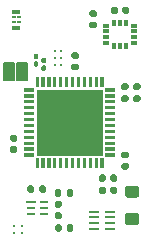
<source format=gbr>
%TF.GenerationSoftware,KiCad,Pcbnew,5.1.9-73d0e3b20d~88~ubuntu20.04.1*%
%TF.CreationDate,2022-04-15T22:34:28-04:00*%
%TF.ProjectId,ring,72696e67-2e6b-4696-9361-645f70636258,rev?*%
%TF.SameCoordinates,Original*%
%TF.FileFunction,Soldermask,Top*%
%TF.FilePolarity,Negative*%
%FSLAX46Y46*%
G04 Gerber Fmt 4.6, Leading zero omitted, Abs format (unit mm)*
G04 Created by KiCad (PCBNEW 5.1.9-73d0e3b20d~88~ubuntu20.04.1) date 2022-04-15 22:34:28*
%MOMM*%
%LPD*%
G01*
G04 APERTURE LIST*
%ADD10C,0.150000*%
%ADD11C,0.330000*%
%ADD12R,0.736600X0.304800*%
%ADD13R,0.300000X0.203200*%
%ADD14R,0.812800X0.254000*%
%ADD15R,0.850000X0.280000*%
%ADD16R,0.750000X0.280000*%
%ADD17R,0.576580X0.351536*%
%ADD18R,0.351536X0.576580*%
%ADD19R,0.203200X0.203200*%
%ADD20R,5.600000X5.600000*%
G04 APERTURE END LIST*
D10*
%TO.C,Y1*%
G36*
X69203603Y-23989600D02*
G01*
X70054800Y-23989600D01*
X70054800Y-24739600D01*
X69203603Y-24739600D01*
X69203603Y-23989600D01*
G37*
X69203603Y-23989600D02*
X70054800Y-23989600D01*
X70054800Y-24739600D01*
X69203603Y-24739600D01*
X69203603Y-23989600D01*
G36*
X69202987Y-24739600D02*
G01*
X70054800Y-24739600D01*
X70054800Y-25491031D01*
X69202987Y-25491031D01*
X69202987Y-24739600D01*
G37*
X69202987Y-24739600D02*
X70054800Y-24739600D01*
X70054800Y-25491031D01*
X69202987Y-25491031D01*
X69202987Y-24739600D01*
G36*
X70254900Y-24739600D02*
G01*
X71104800Y-24739600D01*
X71104800Y-25490350D01*
X70254900Y-25490350D01*
X70254900Y-24739600D01*
G37*
X70254900Y-24739600D02*
X71104800Y-24739600D01*
X71104800Y-25490350D01*
X70254900Y-25490350D01*
X70254900Y-24739600D01*
G36*
X70254927Y-23989600D02*
G01*
X71104800Y-23989600D01*
X71104800Y-24739600D01*
X70254927Y-24739600D01*
X70254927Y-23989600D01*
G37*
X70254927Y-23989600D02*
X71104800Y-23989600D01*
X71104800Y-24739600D01*
X70254927Y-24739600D01*
X70254927Y-23989600D01*
%TD*%
%TO.C,C13*%
G36*
G01*
X70147000Y-30661000D02*
X69807000Y-30661000D01*
G75*
G02*
X69667000Y-30521000I0J140000D01*
G01*
X69667000Y-30241000D01*
G75*
G02*
X69807000Y-30101000I140000J0D01*
G01*
X70147000Y-30101000D01*
G75*
G02*
X70287000Y-30241000I0J-140000D01*
G01*
X70287000Y-30521000D01*
G75*
G02*
X70147000Y-30661000I-140000J0D01*
G01*
G37*
G36*
G01*
X70147000Y-31621000D02*
X69807000Y-31621000D01*
G75*
G02*
X69667000Y-31481000I0J140000D01*
G01*
X69667000Y-31201000D01*
G75*
G02*
X69807000Y-31061000I140000J0D01*
G01*
X70147000Y-31061000D01*
G75*
G02*
X70287000Y-31201000I0J-140000D01*
G01*
X70287000Y-31481000D01*
G75*
G02*
X70147000Y-31621000I-140000J0D01*
G01*
G37*
%TD*%
%TO.C,C2*%
G36*
G01*
X71982000Y-23684400D02*
X71782000Y-23684400D01*
G75*
G02*
X71682000Y-23584400I0J100000D01*
G01*
X71682000Y-23324400D01*
G75*
G02*
X71782000Y-23224400I100000J0D01*
G01*
X71982000Y-23224400D01*
G75*
G02*
X72082000Y-23324400I0J-100000D01*
G01*
X72082000Y-23584400D01*
G75*
G02*
X71982000Y-23684400I-100000J0D01*
G01*
G37*
G36*
G01*
X71982000Y-24324400D02*
X71782000Y-24324400D01*
G75*
G02*
X71682000Y-24224400I0J100000D01*
G01*
X71682000Y-23964400D01*
G75*
G02*
X71782000Y-23864400I100000J0D01*
G01*
X71982000Y-23864400D01*
G75*
G02*
X72082000Y-23964400I0J-100000D01*
G01*
X72082000Y-24224400D01*
G75*
G02*
X71982000Y-24324400I-100000J0D01*
G01*
G37*
%TD*%
%TO.C,C7*%
G36*
G01*
X72642400Y-24040000D02*
X72442400Y-24040000D01*
G75*
G02*
X72342400Y-23940000I0J100000D01*
G01*
X72342400Y-23680000D01*
G75*
G02*
X72442400Y-23580000I100000J0D01*
G01*
X72642400Y-23580000D01*
G75*
G02*
X72742400Y-23680000I0J-100000D01*
G01*
X72742400Y-23940000D01*
G75*
G02*
X72642400Y-24040000I-100000J0D01*
G01*
G37*
G36*
G01*
X72642400Y-24680000D02*
X72442400Y-24680000D01*
G75*
G02*
X72342400Y-24580000I0J100000D01*
G01*
X72342400Y-24320000D01*
G75*
G02*
X72442400Y-24220000I100000J0D01*
G01*
X72642400Y-24220000D01*
G75*
G02*
X72742400Y-24320000I0J-100000D01*
G01*
X72742400Y-24580000D01*
G75*
G02*
X72642400Y-24680000I-100000J0D01*
G01*
G37*
%TD*%
D11*
%TO.C,Q1*%
X70012800Y-37780080D03*
X70012800Y-38430080D03*
X70662800Y-37780080D03*
X70662800Y-38430080D03*
%TD*%
%TO.C,R4*%
G36*
G01*
X79585400Y-26277600D02*
X79215400Y-26277600D01*
G75*
G02*
X79080400Y-26142600I0J135000D01*
G01*
X79080400Y-25872600D01*
G75*
G02*
X79215400Y-25737600I135000J0D01*
G01*
X79585400Y-25737600D01*
G75*
G02*
X79720400Y-25872600I0J-135000D01*
G01*
X79720400Y-26142600D01*
G75*
G02*
X79585400Y-26277600I-135000J0D01*
G01*
G37*
G36*
G01*
X79585400Y-27297600D02*
X79215400Y-27297600D01*
G75*
G02*
X79080400Y-27162600I0J135000D01*
G01*
X79080400Y-26892600D01*
G75*
G02*
X79215400Y-26757600I135000J0D01*
G01*
X79585400Y-26757600D01*
G75*
G02*
X79720400Y-26892600I0J-135000D01*
G01*
X79720400Y-27162600D01*
G75*
G02*
X79585400Y-27297600I-135000J0D01*
G01*
G37*
%TD*%
%TO.C,R3*%
G36*
G01*
X80231400Y-26757600D02*
X80601400Y-26757600D01*
G75*
G02*
X80736400Y-26892600I0J-135000D01*
G01*
X80736400Y-27162600D01*
G75*
G02*
X80601400Y-27297600I-135000J0D01*
G01*
X80231400Y-27297600D01*
G75*
G02*
X80096400Y-27162600I0J135000D01*
G01*
X80096400Y-26892600D01*
G75*
G02*
X80231400Y-26757600I135000J0D01*
G01*
G37*
G36*
G01*
X80231400Y-25737600D02*
X80601400Y-25737600D01*
G75*
G02*
X80736400Y-25872600I0J-135000D01*
G01*
X80736400Y-26142600D01*
G75*
G02*
X80601400Y-26277600I-135000J0D01*
G01*
X80231400Y-26277600D01*
G75*
G02*
X80096400Y-26142600I0J135000D01*
G01*
X80096400Y-25872600D01*
G75*
G02*
X80231400Y-25737600I135000J0D01*
G01*
G37*
%TD*%
D12*
%TO.C,U3*%
X70205600Y-19659999D03*
D13*
X69990589Y-20150000D03*
X69990589Y-20550000D03*
D12*
X70205600Y-21040001D03*
D13*
X70420611Y-20550000D03*
X70420611Y-20150000D03*
%TD*%
%TO.C,C12*%
G36*
G01*
X73591600Y-36649000D02*
X73931600Y-36649000D01*
G75*
G02*
X74071600Y-36789000I0J-140000D01*
G01*
X74071600Y-37069000D01*
G75*
G02*
X73931600Y-37209000I-140000J0D01*
G01*
X73591600Y-37209000D01*
G75*
G02*
X73451600Y-37069000I0J140000D01*
G01*
X73451600Y-36789000D01*
G75*
G02*
X73591600Y-36649000I140000J0D01*
G01*
G37*
G36*
G01*
X73591600Y-35689000D02*
X73931600Y-35689000D01*
G75*
G02*
X74071600Y-35829000I0J-140000D01*
G01*
X74071600Y-36109000D01*
G75*
G02*
X73931600Y-36249000I-140000J0D01*
G01*
X73591600Y-36249000D01*
G75*
G02*
X73451600Y-36109000I0J140000D01*
G01*
X73451600Y-35829000D01*
G75*
G02*
X73591600Y-35689000I140000J0D01*
G01*
G37*
%TD*%
%TO.C,R2*%
G36*
G01*
X72172800Y-34881400D02*
X72172800Y-34511400D01*
G75*
G02*
X72307800Y-34376400I135000J0D01*
G01*
X72577800Y-34376400D01*
G75*
G02*
X72712800Y-34511400I0J-135000D01*
G01*
X72712800Y-34881400D01*
G75*
G02*
X72577800Y-35016400I-135000J0D01*
G01*
X72307800Y-35016400D01*
G75*
G02*
X72172800Y-34881400I0J135000D01*
G01*
G37*
G36*
G01*
X71152800Y-34881400D02*
X71152800Y-34511400D01*
G75*
G02*
X71287800Y-34376400I135000J0D01*
G01*
X71557800Y-34376400D01*
G75*
G02*
X71692800Y-34511400I0J-135000D01*
G01*
X71692800Y-34881400D01*
G75*
G02*
X71557800Y-35016400I-135000J0D01*
G01*
X71287800Y-35016400D01*
G75*
G02*
X71152800Y-34881400I0J135000D01*
G01*
G37*
%TD*%
%TO.C,R1*%
G36*
G01*
X74484200Y-35186200D02*
X74484200Y-34816200D01*
G75*
G02*
X74619200Y-34681200I135000J0D01*
G01*
X74889200Y-34681200D01*
G75*
G02*
X75024200Y-34816200I0J-135000D01*
G01*
X75024200Y-35186200D01*
G75*
G02*
X74889200Y-35321200I-135000J0D01*
G01*
X74619200Y-35321200D01*
G75*
G02*
X74484200Y-35186200I0J135000D01*
G01*
G37*
G36*
G01*
X73464200Y-35186200D02*
X73464200Y-34816200D01*
G75*
G02*
X73599200Y-34681200I135000J0D01*
G01*
X73869200Y-34681200D01*
G75*
G02*
X74004200Y-34816200I0J-135000D01*
G01*
X74004200Y-35186200D01*
G75*
G02*
X73869200Y-35321200I-135000J0D01*
G01*
X73599200Y-35321200D01*
G75*
G02*
X73464200Y-35186200I0J135000D01*
G01*
G37*
%TD*%
%TO.C,C4*%
G36*
G01*
X77778000Y-34628000D02*
X77778000Y-34968000D01*
G75*
G02*
X77638000Y-35108000I-140000J0D01*
G01*
X77358000Y-35108000D01*
G75*
G02*
X77218000Y-34968000I0J140000D01*
G01*
X77218000Y-34628000D01*
G75*
G02*
X77358000Y-34488000I140000J0D01*
G01*
X77638000Y-34488000D01*
G75*
G02*
X77778000Y-34628000I0J-140000D01*
G01*
G37*
G36*
G01*
X78738000Y-34628000D02*
X78738000Y-34968000D01*
G75*
G02*
X78598000Y-35108000I-140000J0D01*
G01*
X78318000Y-35108000D01*
G75*
G02*
X78178000Y-34968000I0J140000D01*
G01*
X78178000Y-34628000D01*
G75*
G02*
X78318000Y-34488000I140000J0D01*
G01*
X78598000Y-34488000D01*
G75*
G02*
X78738000Y-34628000I0J-140000D01*
G01*
G37*
%TD*%
D14*
%TO.C,U5*%
X76771500Y-36587999D03*
X76771500Y-37088000D03*
X76771500Y-37588000D03*
X76771500Y-38088001D03*
X78168500Y-38088001D03*
X78168500Y-37588000D03*
X78168500Y-37088000D03*
X78168500Y-36587999D03*
%TD*%
%TO.C,L3*%
G36*
G01*
X80360001Y-35443000D02*
X79659999Y-35443000D01*
G75*
G02*
X79410000Y-35193001I0J249999D01*
G01*
X79410000Y-34642999D01*
G75*
G02*
X79659999Y-34393000I249999J0D01*
G01*
X80360001Y-34393000D01*
G75*
G02*
X80610000Y-34642999I0J-249999D01*
G01*
X80610000Y-35193001D01*
G75*
G02*
X80360001Y-35443000I-249999J0D01*
G01*
G37*
G36*
G01*
X80360001Y-37743000D02*
X79659999Y-37743000D01*
G75*
G02*
X79410000Y-37493001I0J249999D01*
G01*
X79410000Y-36942999D01*
G75*
G02*
X79659999Y-36693000I249999J0D01*
G01*
X80360001Y-36693000D01*
G75*
G02*
X80610000Y-36942999I0J-249999D01*
G01*
X80610000Y-37493001D01*
G75*
G02*
X80360001Y-37743000I-249999J0D01*
G01*
G37*
%TD*%
%TO.C,C3*%
G36*
G01*
X74069600Y-37803000D02*
X74069600Y-38143000D01*
G75*
G02*
X73929600Y-38283000I-140000J0D01*
G01*
X73649600Y-38283000D01*
G75*
G02*
X73509600Y-38143000I0J140000D01*
G01*
X73509600Y-37803000D01*
G75*
G02*
X73649600Y-37663000I140000J0D01*
G01*
X73929600Y-37663000D01*
G75*
G02*
X74069600Y-37803000I0J-140000D01*
G01*
G37*
G36*
G01*
X75029600Y-37803000D02*
X75029600Y-38143000D01*
G75*
G02*
X74889600Y-38283000I-140000J0D01*
G01*
X74609600Y-38283000D01*
G75*
G02*
X74469600Y-38143000I0J140000D01*
G01*
X74469600Y-37803000D01*
G75*
G02*
X74609600Y-37663000I140000J0D01*
G01*
X74889600Y-37663000D01*
G75*
G02*
X75029600Y-37803000I0J-140000D01*
G01*
G37*
%TD*%
D15*
%TO.C,U4*%
X71484000Y-35796600D03*
D16*
X71434000Y-36296600D03*
X71434000Y-36796600D03*
X72584000Y-36796600D03*
X72584000Y-36296600D03*
X72584000Y-35796600D03*
%TD*%
%TO.C,C11*%
G36*
G01*
X78794000Y-19388000D02*
X78794000Y-19728000D01*
G75*
G02*
X78654000Y-19868000I-140000J0D01*
G01*
X78374000Y-19868000D01*
G75*
G02*
X78234000Y-19728000I0J140000D01*
G01*
X78234000Y-19388000D01*
G75*
G02*
X78374000Y-19248000I140000J0D01*
G01*
X78654000Y-19248000D01*
G75*
G02*
X78794000Y-19388000I0J-140000D01*
G01*
G37*
G36*
G01*
X79754000Y-19388000D02*
X79754000Y-19728000D01*
G75*
G02*
X79614000Y-19868000I-140000J0D01*
G01*
X79334000Y-19868000D01*
G75*
G02*
X79194000Y-19728000I0J140000D01*
G01*
X79194000Y-19388000D01*
G75*
G02*
X79334000Y-19248000I140000J0D01*
G01*
X79614000Y-19248000D01*
G75*
G02*
X79754000Y-19388000I0J-140000D01*
G01*
G37*
%TD*%
%TO.C,C10*%
G36*
G01*
X76878000Y-20120000D02*
X76538000Y-20120000D01*
G75*
G02*
X76398000Y-19980000I0J140000D01*
G01*
X76398000Y-19700000D01*
G75*
G02*
X76538000Y-19560000I140000J0D01*
G01*
X76878000Y-19560000D01*
G75*
G02*
X77018000Y-19700000I0J-140000D01*
G01*
X77018000Y-19980000D01*
G75*
G02*
X76878000Y-20120000I-140000J0D01*
G01*
G37*
G36*
G01*
X76878000Y-21080000D02*
X76538000Y-21080000D01*
G75*
G02*
X76398000Y-20940000I0J140000D01*
G01*
X76398000Y-20660000D01*
G75*
G02*
X76538000Y-20520000I140000J0D01*
G01*
X76878000Y-20520000D01*
G75*
G02*
X77018000Y-20660000I0J-140000D01*
G01*
X77018000Y-20940000D01*
G75*
G02*
X76878000Y-21080000I-140000J0D01*
G01*
G37*
%TD*%
%TO.C,C6*%
G36*
G01*
X75354000Y-23676000D02*
X75014000Y-23676000D01*
G75*
G02*
X74874000Y-23536000I0J140000D01*
G01*
X74874000Y-23256000D01*
G75*
G02*
X75014000Y-23116000I140000J0D01*
G01*
X75354000Y-23116000D01*
G75*
G02*
X75494000Y-23256000I0J-140000D01*
G01*
X75494000Y-23536000D01*
G75*
G02*
X75354000Y-23676000I-140000J0D01*
G01*
G37*
G36*
G01*
X75354000Y-24636000D02*
X75014000Y-24636000D01*
G75*
G02*
X74874000Y-24496000I0J140000D01*
G01*
X74874000Y-24216000D01*
G75*
G02*
X75014000Y-24076000I140000J0D01*
G01*
X75354000Y-24076000D01*
G75*
G02*
X75494000Y-24216000I0J-140000D01*
G01*
X75494000Y-24496000D01*
G75*
G02*
X75354000Y-24636000I-140000J0D01*
G01*
G37*
%TD*%
%TO.C,C5*%
G36*
G01*
X78178000Y-33926600D02*
X78178000Y-33586600D01*
G75*
G02*
X78318000Y-33446600I140000J0D01*
G01*
X78598000Y-33446600D01*
G75*
G02*
X78738000Y-33586600I0J-140000D01*
G01*
X78738000Y-33926600D01*
G75*
G02*
X78598000Y-34066600I-140000J0D01*
G01*
X78318000Y-34066600D01*
G75*
G02*
X78178000Y-33926600I0J140000D01*
G01*
G37*
G36*
G01*
X77218000Y-33926600D02*
X77218000Y-33586600D01*
G75*
G02*
X77358000Y-33446600I140000J0D01*
G01*
X77638000Y-33446600D01*
G75*
G02*
X77778000Y-33586600I0J-140000D01*
G01*
X77778000Y-33926600D01*
G75*
G02*
X77638000Y-34066600I-140000J0D01*
G01*
X77358000Y-34066600D01*
G75*
G02*
X77218000Y-33926600I0J140000D01*
G01*
G37*
%TD*%
%TO.C,C1*%
G36*
G01*
X79255800Y-32483400D02*
X79595800Y-32483400D01*
G75*
G02*
X79735800Y-32623400I0J-140000D01*
G01*
X79735800Y-32903400D01*
G75*
G02*
X79595800Y-33043400I-140000J0D01*
G01*
X79255800Y-33043400D01*
G75*
G02*
X79115800Y-32903400I0J140000D01*
G01*
X79115800Y-32623400D01*
G75*
G02*
X79255800Y-32483400I140000J0D01*
G01*
G37*
G36*
G01*
X79255800Y-31523400D02*
X79595800Y-31523400D01*
G75*
G02*
X79735800Y-31663400I0J-140000D01*
G01*
X79735800Y-31943400D01*
G75*
G02*
X79595800Y-32083400I-140000J0D01*
G01*
X79255800Y-32083400D01*
G75*
G02*
X79115800Y-31943400I0J140000D01*
G01*
X79115800Y-31663400D01*
G75*
G02*
X79255800Y-31523400I140000J0D01*
G01*
G37*
%TD*%
D17*
%TO.C,U2*%
X80204300Y-22340001D03*
X80204300Y-21840000D03*
X80204300Y-21340000D03*
X80204300Y-20839999D03*
D18*
X79493999Y-20633700D03*
X78994000Y-20633700D03*
X78494001Y-20633700D03*
D17*
X77783700Y-20839999D03*
X77783700Y-21340000D03*
X77783700Y-21840000D03*
X77783700Y-22340001D03*
D18*
X78494001Y-22546300D03*
X78994000Y-22546300D03*
X79493999Y-22546300D03*
%TD*%
D19*
%TO.C,AE1*%
X73470000Y-23035001D03*
X73470000Y-23622000D03*
X73470000Y-24208999D03*
X73978000Y-24208999D03*
X73978000Y-23622000D03*
X73978000Y-23035001D03*
%TD*%
%TO.C,U1*%
G36*
G01*
X77347100Y-25185000D02*
X77600900Y-25185000D01*
G75*
G02*
X77609000Y-25193100I0J-8100D01*
G01*
X77609000Y-26036900D01*
G75*
G02*
X77600900Y-26045000I-8100J0D01*
G01*
X77347100Y-26045000D01*
G75*
G02*
X77339000Y-26036900I0J8100D01*
G01*
X77339000Y-25193100D01*
G75*
G02*
X77347100Y-25185000I8100J0D01*
G01*
G37*
G36*
G01*
X76847100Y-25185000D02*
X77100900Y-25185000D01*
G75*
G02*
X77109000Y-25193100I0J-8100D01*
G01*
X77109000Y-26036900D01*
G75*
G02*
X77100900Y-26045000I-8100J0D01*
G01*
X76847100Y-26045000D01*
G75*
G02*
X76839000Y-26036900I0J8100D01*
G01*
X76839000Y-25193100D01*
G75*
G02*
X76847100Y-25185000I8100J0D01*
G01*
G37*
G36*
G01*
X76347100Y-25185000D02*
X76600900Y-25185000D01*
G75*
G02*
X76609000Y-25193100I0J-8100D01*
G01*
X76609000Y-26036900D01*
G75*
G02*
X76600900Y-26045000I-8100J0D01*
G01*
X76347100Y-26045000D01*
G75*
G02*
X76339000Y-26036900I0J8100D01*
G01*
X76339000Y-25193100D01*
G75*
G02*
X76347100Y-25185000I8100J0D01*
G01*
G37*
G36*
G01*
X75847100Y-25185000D02*
X76100900Y-25185000D01*
G75*
G02*
X76109000Y-25193100I0J-8100D01*
G01*
X76109000Y-26036900D01*
G75*
G02*
X76100900Y-26045000I-8100J0D01*
G01*
X75847100Y-26045000D01*
G75*
G02*
X75839000Y-26036900I0J8100D01*
G01*
X75839000Y-25193100D01*
G75*
G02*
X75847100Y-25185000I8100J0D01*
G01*
G37*
G36*
G01*
X75347100Y-25185000D02*
X75600900Y-25185000D01*
G75*
G02*
X75609000Y-25193100I0J-8100D01*
G01*
X75609000Y-26036900D01*
G75*
G02*
X75600900Y-26045000I-8100J0D01*
G01*
X75347100Y-26045000D01*
G75*
G02*
X75339000Y-26036900I0J8100D01*
G01*
X75339000Y-25193100D01*
G75*
G02*
X75347100Y-25185000I8100J0D01*
G01*
G37*
G36*
G01*
X74847100Y-25185000D02*
X75100900Y-25185000D01*
G75*
G02*
X75109000Y-25193100I0J-8100D01*
G01*
X75109000Y-26036900D01*
G75*
G02*
X75100900Y-26045000I-8100J0D01*
G01*
X74847100Y-26045000D01*
G75*
G02*
X74839000Y-26036900I0J8100D01*
G01*
X74839000Y-25193100D01*
G75*
G02*
X74847100Y-25185000I8100J0D01*
G01*
G37*
G36*
G01*
X74347100Y-25185000D02*
X74600900Y-25185000D01*
G75*
G02*
X74609000Y-25193100I0J-8100D01*
G01*
X74609000Y-26036900D01*
G75*
G02*
X74600900Y-26045000I-8100J0D01*
G01*
X74347100Y-26045000D01*
G75*
G02*
X74339000Y-26036900I0J8100D01*
G01*
X74339000Y-25193100D01*
G75*
G02*
X74347100Y-25185000I8100J0D01*
G01*
G37*
G36*
G01*
X73847100Y-25185000D02*
X74100900Y-25185000D01*
G75*
G02*
X74109000Y-25193100I0J-8100D01*
G01*
X74109000Y-26036900D01*
G75*
G02*
X74100900Y-26045000I-8100J0D01*
G01*
X73847100Y-26045000D01*
G75*
G02*
X73839000Y-26036900I0J8100D01*
G01*
X73839000Y-25193100D01*
G75*
G02*
X73847100Y-25185000I8100J0D01*
G01*
G37*
G36*
G01*
X73347100Y-25185000D02*
X73600900Y-25185000D01*
G75*
G02*
X73609000Y-25193100I0J-8100D01*
G01*
X73609000Y-26036900D01*
G75*
G02*
X73600900Y-26045000I-8100J0D01*
G01*
X73347100Y-26045000D01*
G75*
G02*
X73339000Y-26036900I0J8100D01*
G01*
X73339000Y-25193100D01*
G75*
G02*
X73347100Y-25185000I8100J0D01*
G01*
G37*
G36*
G01*
X72847100Y-25185000D02*
X73100900Y-25185000D01*
G75*
G02*
X73109000Y-25193100I0J-8100D01*
G01*
X73109000Y-26036900D01*
G75*
G02*
X73100900Y-26045000I-8100J0D01*
G01*
X72847100Y-26045000D01*
G75*
G02*
X72839000Y-26036900I0J8100D01*
G01*
X72839000Y-25193100D01*
G75*
G02*
X72847100Y-25185000I8100J0D01*
G01*
G37*
G36*
G01*
X72347100Y-25185000D02*
X72600900Y-25185000D01*
G75*
G02*
X72609000Y-25193100I0J-8100D01*
G01*
X72609000Y-26036900D01*
G75*
G02*
X72600900Y-26045000I-8100J0D01*
G01*
X72347100Y-26045000D01*
G75*
G02*
X72339000Y-26036900I0J8100D01*
G01*
X72339000Y-25193100D01*
G75*
G02*
X72347100Y-25185000I8100J0D01*
G01*
G37*
G36*
G01*
X71847100Y-25185000D02*
X72100900Y-25185000D01*
G75*
G02*
X72109000Y-25193100I0J-8100D01*
G01*
X72109000Y-26036900D01*
G75*
G02*
X72100900Y-26045000I-8100J0D01*
G01*
X71847100Y-26045000D01*
G75*
G02*
X71839000Y-26036900I0J8100D01*
G01*
X71839000Y-25193100D01*
G75*
G02*
X71847100Y-25185000I8100J0D01*
G01*
G37*
G36*
G01*
X71847100Y-32055000D02*
X72100900Y-32055000D01*
G75*
G02*
X72109000Y-32063100I0J-8100D01*
G01*
X72109000Y-32906900D01*
G75*
G02*
X72100900Y-32915000I-8100J0D01*
G01*
X71847100Y-32915000D01*
G75*
G02*
X71839000Y-32906900I0J8100D01*
G01*
X71839000Y-32063100D01*
G75*
G02*
X71847100Y-32055000I8100J0D01*
G01*
G37*
G36*
G01*
X72347100Y-32055000D02*
X72600900Y-32055000D01*
G75*
G02*
X72609000Y-32063100I0J-8100D01*
G01*
X72609000Y-32906900D01*
G75*
G02*
X72600900Y-32915000I-8100J0D01*
G01*
X72347100Y-32915000D01*
G75*
G02*
X72339000Y-32906900I0J8100D01*
G01*
X72339000Y-32063100D01*
G75*
G02*
X72347100Y-32055000I8100J0D01*
G01*
G37*
G36*
G01*
X72847100Y-32055000D02*
X73100900Y-32055000D01*
G75*
G02*
X73109000Y-32063100I0J-8100D01*
G01*
X73109000Y-32906900D01*
G75*
G02*
X73100900Y-32915000I-8100J0D01*
G01*
X72847100Y-32915000D01*
G75*
G02*
X72839000Y-32906900I0J8100D01*
G01*
X72839000Y-32063100D01*
G75*
G02*
X72847100Y-32055000I8100J0D01*
G01*
G37*
G36*
G01*
X73347100Y-32055000D02*
X73600900Y-32055000D01*
G75*
G02*
X73609000Y-32063100I0J-8100D01*
G01*
X73609000Y-32906900D01*
G75*
G02*
X73600900Y-32915000I-8100J0D01*
G01*
X73347100Y-32915000D01*
G75*
G02*
X73339000Y-32906900I0J8100D01*
G01*
X73339000Y-32063100D01*
G75*
G02*
X73347100Y-32055000I8100J0D01*
G01*
G37*
G36*
G01*
X73847100Y-32055000D02*
X74100900Y-32055000D01*
G75*
G02*
X74109000Y-32063100I0J-8100D01*
G01*
X74109000Y-32906900D01*
G75*
G02*
X74100900Y-32915000I-8100J0D01*
G01*
X73847100Y-32915000D01*
G75*
G02*
X73839000Y-32906900I0J8100D01*
G01*
X73839000Y-32063100D01*
G75*
G02*
X73847100Y-32055000I8100J0D01*
G01*
G37*
G36*
G01*
X74347100Y-32055000D02*
X74600900Y-32055000D01*
G75*
G02*
X74609000Y-32063100I0J-8100D01*
G01*
X74609000Y-32906900D01*
G75*
G02*
X74600900Y-32915000I-8100J0D01*
G01*
X74347100Y-32915000D01*
G75*
G02*
X74339000Y-32906900I0J8100D01*
G01*
X74339000Y-32063100D01*
G75*
G02*
X74347100Y-32055000I8100J0D01*
G01*
G37*
G36*
G01*
X74847100Y-32055000D02*
X75100900Y-32055000D01*
G75*
G02*
X75109000Y-32063100I0J-8100D01*
G01*
X75109000Y-32906900D01*
G75*
G02*
X75100900Y-32915000I-8100J0D01*
G01*
X74847100Y-32915000D01*
G75*
G02*
X74839000Y-32906900I0J8100D01*
G01*
X74839000Y-32063100D01*
G75*
G02*
X74847100Y-32055000I8100J0D01*
G01*
G37*
G36*
G01*
X75347100Y-32055000D02*
X75600900Y-32055000D01*
G75*
G02*
X75609000Y-32063100I0J-8100D01*
G01*
X75609000Y-32906900D01*
G75*
G02*
X75600900Y-32915000I-8100J0D01*
G01*
X75347100Y-32915000D01*
G75*
G02*
X75339000Y-32906900I0J8100D01*
G01*
X75339000Y-32063100D01*
G75*
G02*
X75347100Y-32055000I8100J0D01*
G01*
G37*
G36*
G01*
X75847100Y-32055000D02*
X76100900Y-32055000D01*
G75*
G02*
X76109000Y-32063100I0J-8100D01*
G01*
X76109000Y-32906900D01*
G75*
G02*
X76100900Y-32915000I-8100J0D01*
G01*
X75847100Y-32915000D01*
G75*
G02*
X75839000Y-32906900I0J8100D01*
G01*
X75839000Y-32063100D01*
G75*
G02*
X75847100Y-32055000I8100J0D01*
G01*
G37*
G36*
G01*
X76347100Y-32055000D02*
X76600900Y-32055000D01*
G75*
G02*
X76609000Y-32063100I0J-8100D01*
G01*
X76609000Y-32906900D01*
G75*
G02*
X76600900Y-32915000I-8100J0D01*
G01*
X76347100Y-32915000D01*
G75*
G02*
X76339000Y-32906900I0J8100D01*
G01*
X76339000Y-32063100D01*
G75*
G02*
X76347100Y-32055000I8100J0D01*
G01*
G37*
G36*
G01*
X76847100Y-32055000D02*
X77100900Y-32055000D01*
G75*
G02*
X77109000Y-32063100I0J-8100D01*
G01*
X77109000Y-32906900D01*
G75*
G02*
X77100900Y-32915000I-8100J0D01*
G01*
X76847100Y-32915000D01*
G75*
G02*
X76839000Y-32906900I0J8100D01*
G01*
X76839000Y-32063100D01*
G75*
G02*
X76847100Y-32055000I8100J0D01*
G01*
G37*
G36*
G01*
X77347100Y-32055000D02*
X77600900Y-32055000D01*
G75*
G02*
X77609000Y-32063100I0J-8100D01*
G01*
X77609000Y-32906900D01*
G75*
G02*
X77600900Y-32915000I-8100J0D01*
G01*
X77347100Y-32915000D01*
G75*
G02*
X77339000Y-32906900I0J8100D01*
G01*
X77339000Y-32063100D01*
G75*
G02*
X77347100Y-32055000I8100J0D01*
G01*
G37*
G36*
G01*
X78589000Y-31673100D02*
X78589000Y-31926900D01*
G75*
G02*
X78580900Y-31935000I-8100J0D01*
G01*
X77737100Y-31935000D01*
G75*
G02*
X77729000Y-31926900I0J8100D01*
G01*
X77729000Y-31673100D01*
G75*
G02*
X77737100Y-31665000I8100J0D01*
G01*
X78580900Y-31665000D01*
G75*
G02*
X78589000Y-31673100I0J-8100D01*
G01*
G37*
G36*
G01*
X78589000Y-31173100D02*
X78589000Y-31426900D01*
G75*
G02*
X78580900Y-31435000I-8100J0D01*
G01*
X77737100Y-31435000D01*
G75*
G02*
X77729000Y-31426900I0J8100D01*
G01*
X77729000Y-31173100D01*
G75*
G02*
X77737100Y-31165000I8100J0D01*
G01*
X78580900Y-31165000D01*
G75*
G02*
X78589000Y-31173100I0J-8100D01*
G01*
G37*
G36*
G01*
X78589000Y-30673100D02*
X78589000Y-30926900D01*
G75*
G02*
X78580900Y-30935000I-8100J0D01*
G01*
X77737100Y-30935000D01*
G75*
G02*
X77729000Y-30926900I0J8100D01*
G01*
X77729000Y-30673100D01*
G75*
G02*
X77737100Y-30665000I8100J0D01*
G01*
X78580900Y-30665000D01*
G75*
G02*
X78589000Y-30673100I0J-8100D01*
G01*
G37*
G36*
G01*
X78589000Y-30173100D02*
X78589000Y-30426900D01*
G75*
G02*
X78580900Y-30435000I-8100J0D01*
G01*
X77737100Y-30435000D01*
G75*
G02*
X77729000Y-30426900I0J8100D01*
G01*
X77729000Y-30173100D01*
G75*
G02*
X77737100Y-30165000I8100J0D01*
G01*
X78580900Y-30165000D01*
G75*
G02*
X78589000Y-30173100I0J-8100D01*
G01*
G37*
G36*
G01*
X78589000Y-29673100D02*
X78589000Y-29926900D01*
G75*
G02*
X78580900Y-29935000I-8100J0D01*
G01*
X77737100Y-29935000D01*
G75*
G02*
X77729000Y-29926900I0J8100D01*
G01*
X77729000Y-29673100D01*
G75*
G02*
X77737100Y-29665000I8100J0D01*
G01*
X78580900Y-29665000D01*
G75*
G02*
X78589000Y-29673100I0J-8100D01*
G01*
G37*
G36*
G01*
X78589000Y-29173100D02*
X78589000Y-29426900D01*
G75*
G02*
X78580900Y-29435000I-8100J0D01*
G01*
X77737100Y-29435000D01*
G75*
G02*
X77729000Y-29426900I0J8100D01*
G01*
X77729000Y-29173100D01*
G75*
G02*
X77737100Y-29165000I8100J0D01*
G01*
X78580900Y-29165000D01*
G75*
G02*
X78589000Y-29173100I0J-8100D01*
G01*
G37*
G36*
G01*
X78589000Y-28673100D02*
X78589000Y-28926900D01*
G75*
G02*
X78580900Y-28935000I-8100J0D01*
G01*
X77737100Y-28935000D01*
G75*
G02*
X77729000Y-28926900I0J8100D01*
G01*
X77729000Y-28673100D01*
G75*
G02*
X77737100Y-28665000I8100J0D01*
G01*
X78580900Y-28665000D01*
G75*
G02*
X78589000Y-28673100I0J-8100D01*
G01*
G37*
G36*
G01*
X78589000Y-28173100D02*
X78589000Y-28426900D01*
G75*
G02*
X78580900Y-28435000I-8100J0D01*
G01*
X77737100Y-28435000D01*
G75*
G02*
X77729000Y-28426900I0J8100D01*
G01*
X77729000Y-28173100D01*
G75*
G02*
X77737100Y-28165000I8100J0D01*
G01*
X78580900Y-28165000D01*
G75*
G02*
X78589000Y-28173100I0J-8100D01*
G01*
G37*
G36*
G01*
X78589000Y-27673100D02*
X78589000Y-27926900D01*
G75*
G02*
X78580900Y-27935000I-8100J0D01*
G01*
X77737100Y-27935000D01*
G75*
G02*
X77729000Y-27926900I0J8100D01*
G01*
X77729000Y-27673100D01*
G75*
G02*
X77737100Y-27665000I8100J0D01*
G01*
X78580900Y-27665000D01*
G75*
G02*
X78589000Y-27673100I0J-8100D01*
G01*
G37*
G36*
G01*
X78589000Y-27173100D02*
X78589000Y-27426900D01*
G75*
G02*
X78580900Y-27435000I-8100J0D01*
G01*
X77737100Y-27435000D01*
G75*
G02*
X77729000Y-27426900I0J8100D01*
G01*
X77729000Y-27173100D01*
G75*
G02*
X77737100Y-27165000I8100J0D01*
G01*
X78580900Y-27165000D01*
G75*
G02*
X78589000Y-27173100I0J-8100D01*
G01*
G37*
G36*
G01*
X78589000Y-26673100D02*
X78589000Y-26926900D01*
G75*
G02*
X78580900Y-26935000I-8100J0D01*
G01*
X77737100Y-26935000D01*
G75*
G02*
X77729000Y-26926900I0J8100D01*
G01*
X77729000Y-26673100D01*
G75*
G02*
X77737100Y-26665000I8100J0D01*
G01*
X78580900Y-26665000D01*
G75*
G02*
X78589000Y-26673100I0J-8100D01*
G01*
G37*
G36*
G01*
X78589000Y-26173100D02*
X78589000Y-26426900D01*
G75*
G02*
X78580900Y-26435000I-8100J0D01*
G01*
X77737100Y-26435000D01*
G75*
G02*
X77729000Y-26426900I0J8100D01*
G01*
X77729000Y-26173100D01*
G75*
G02*
X77737100Y-26165000I8100J0D01*
G01*
X78580900Y-26165000D01*
G75*
G02*
X78589000Y-26173100I0J-8100D01*
G01*
G37*
G36*
G01*
X71719000Y-26173100D02*
X71719000Y-26426900D01*
G75*
G02*
X71710900Y-26435000I-8100J0D01*
G01*
X70867100Y-26435000D01*
G75*
G02*
X70859000Y-26426900I0J8100D01*
G01*
X70859000Y-26173100D01*
G75*
G02*
X70867100Y-26165000I8100J0D01*
G01*
X71710900Y-26165000D01*
G75*
G02*
X71719000Y-26173100I0J-8100D01*
G01*
G37*
G36*
G01*
X71719000Y-26673100D02*
X71719000Y-26926900D01*
G75*
G02*
X71710900Y-26935000I-8100J0D01*
G01*
X70867100Y-26935000D01*
G75*
G02*
X70859000Y-26926900I0J8100D01*
G01*
X70859000Y-26673100D01*
G75*
G02*
X70867100Y-26665000I8100J0D01*
G01*
X71710900Y-26665000D01*
G75*
G02*
X71719000Y-26673100I0J-8100D01*
G01*
G37*
G36*
G01*
X71719000Y-27173100D02*
X71719000Y-27426900D01*
G75*
G02*
X71710900Y-27435000I-8100J0D01*
G01*
X70867100Y-27435000D01*
G75*
G02*
X70859000Y-27426900I0J8100D01*
G01*
X70859000Y-27173100D01*
G75*
G02*
X70867100Y-27165000I8100J0D01*
G01*
X71710900Y-27165000D01*
G75*
G02*
X71719000Y-27173100I0J-8100D01*
G01*
G37*
G36*
G01*
X71719000Y-27673100D02*
X71719000Y-27926900D01*
G75*
G02*
X71710900Y-27935000I-8100J0D01*
G01*
X70867100Y-27935000D01*
G75*
G02*
X70859000Y-27926900I0J8100D01*
G01*
X70859000Y-27673100D01*
G75*
G02*
X70867100Y-27665000I8100J0D01*
G01*
X71710900Y-27665000D01*
G75*
G02*
X71719000Y-27673100I0J-8100D01*
G01*
G37*
G36*
G01*
X71719000Y-28173100D02*
X71719000Y-28426900D01*
G75*
G02*
X71710900Y-28435000I-8100J0D01*
G01*
X70867100Y-28435000D01*
G75*
G02*
X70859000Y-28426900I0J8100D01*
G01*
X70859000Y-28173100D01*
G75*
G02*
X70867100Y-28165000I8100J0D01*
G01*
X71710900Y-28165000D01*
G75*
G02*
X71719000Y-28173100I0J-8100D01*
G01*
G37*
G36*
G01*
X71719000Y-28673100D02*
X71719000Y-28926900D01*
G75*
G02*
X71710900Y-28935000I-8100J0D01*
G01*
X70867100Y-28935000D01*
G75*
G02*
X70859000Y-28926900I0J8100D01*
G01*
X70859000Y-28673100D01*
G75*
G02*
X70867100Y-28665000I8100J0D01*
G01*
X71710900Y-28665000D01*
G75*
G02*
X71719000Y-28673100I0J-8100D01*
G01*
G37*
G36*
G01*
X71719000Y-29173100D02*
X71719000Y-29426900D01*
G75*
G02*
X71710900Y-29435000I-8100J0D01*
G01*
X70867100Y-29435000D01*
G75*
G02*
X70859000Y-29426900I0J8100D01*
G01*
X70859000Y-29173100D01*
G75*
G02*
X70867100Y-29165000I8100J0D01*
G01*
X71710900Y-29165000D01*
G75*
G02*
X71719000Y-29173100I0J-8100D01*
G01*
G37*
G36*
G01*
X71719000Y-29673100D02*
X71719000Y-29926900D01*
G75*
G02*
X71710900Y-29935000I-8100J0D01*
G01*
X70867100Y-29935000D01*
G75*
G02*
X70859000Y-29926900I0J8100D01*
G01*
X70859000Y-29673100D01*
G75*
G02*
X70867100Y-29665000I8100J0D01*
G01*
X71710900Y-29665000D01*
G75*
G02*
X71719000Y-29673100I0J-8100D01*
G01*
G37*
G36*
G01*
X71719000Y-30173100D02*
X71719000Y-30426900D01*
G75*
G02*
X71710900Y-30435000I-8100J0D01*
G01*
X70867100Y-30435000D01*
G75*
G02*
X70859000Y-30426900I0J8100D01*
G01*
X70859000Y-30173100D01*
G75*
G02*
X70867100Y-30165000I8100J0D01*
G01*
X71710900Y-30165000D01*
G75*
G02*
X71719000Y-30173100I0J-8100D01*
G01*
G37*
G36*
G01*
X71719000Y-30673100D02*
X71719000Y-30926900D01*
G75*
G02*
X71710900Y-30935000I-8100J0D01*
G01*
X70867100Y-30935000D01*
G75*
G02*
X70859000Y-30926900I0J8100D01*
G01*
X70859000Y-30673100D01*
G75*
G02*
X70867100Y-30665000I8100J0D01*
G01*
X71710900Y-30665000D01*
G75*
G02*
X71719000Y-30673100I0J-8100D01*
G01*
G37*
G36*
G01*
X71719000Y-31173100D02*
X71719000Y-31426900D01*
G75*
G02*
X71710900Y-31435000I-8100J0D01*
G01*
X70867100Y-31435000D01*
G75*
G02*
X70859000Y-31426900I0J8100D01*
G01*
X70859000Y-31173100D01*
G75*
G02*
X70867100Y-31165000I8100J0D01*
G01*
X71710900Y-31165000D01*
G75*
G02*
X71719000Y-31173100I0J-8100D01*
G01*
G37*
G36*
G01*
X71719000Y-31673100D02*
X71719000Y-31926900D01*
G75*
G02*
X71710900Y-31935000I-8100J0D01*
G01*
X70867100Y-31935000D01*
G75*
G02*
X70859000Y-31926900I0J8100D01*
G01*
X70859000Y-31673100D01*
G75*
G02*
X70867100Y-31665000I8100J0D01*
G01*
X71710900Y-31665000D01*
G75*
G02*
X71719000Y-31673100I0J-8100D01*
G01*
G37*
D20*
X74724000Y-29050000D03*
%TD*%
M02*

</source>
